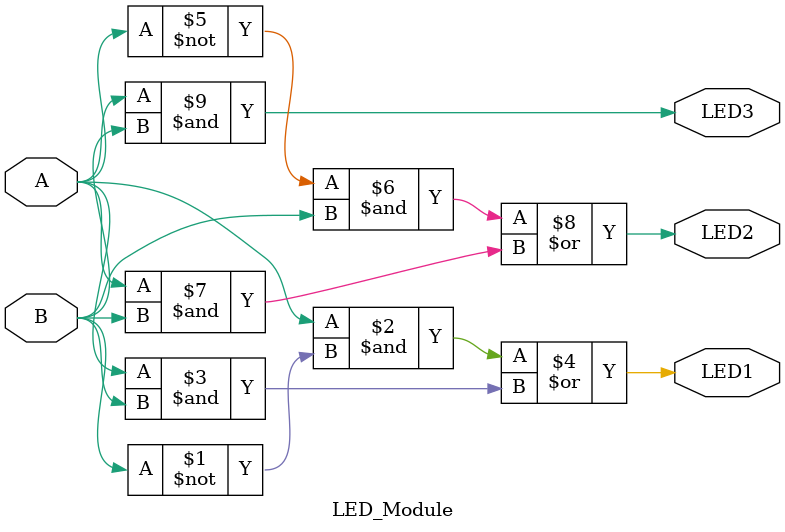
<source format=v>
`timescale 1ns / 1ps


module LED_Module(
    input A,
    input B,
    output LED1,
    output LED2,
    output LED3
    );
    
    assign LED1 = (A&~B) | (A&B);
    assign LED2 = (~A&B) | (A&B);
    assign LED3 = A&B;
    
    
endmodule

</source>
